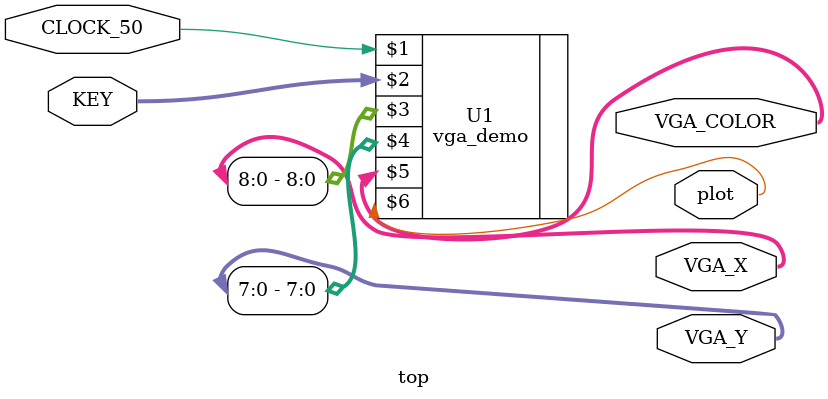
<source format=sv>
module top (CLOCK_50, KEY, VGA_X, VGA_Y, VGA_COLOR, plot);

    input CLOCK_50;               // DE-series 50 MHz clock
    input logic [3:0] KEY;        // DE-series pushbuttons

    output logic [9:0] VGA_X;     // VGA column
    output logic [8:0] VGA_Y;     // VGA row
    output logic [2:0] VGA_COLOR; // VGA color
    output logic plot;            // VGA plot signal

    vga_demo U1 (CLOCK_50, KEY, VGA_X[8:0], VGA_Y[7:0], VGA_COLOR, plot);

endmodule


</source>
